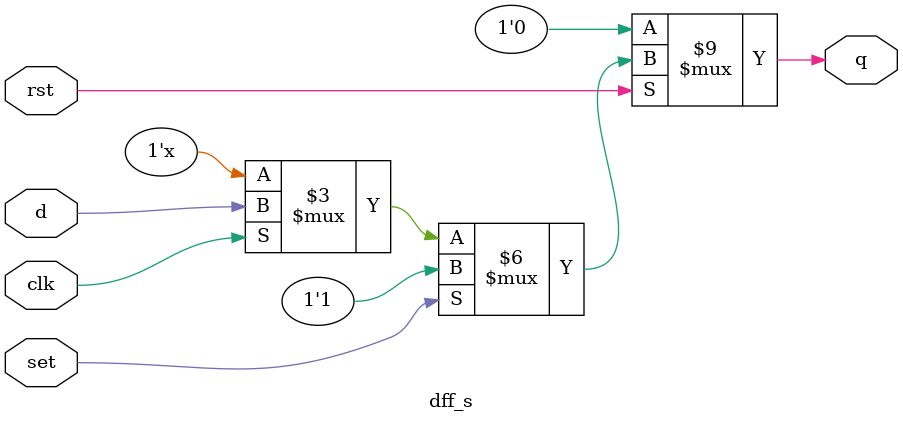
<source format=v>
`timescale 1ns / 1ps


module dff_s(q,d,clk,rst,set);
input d,clk,rst,set;
output reg q;
always @(clk)
if (!rst) q<= 1'b0;
else if (set) q<=1'b1;
else if (clk) q<=d; 

endmodule

</source>
